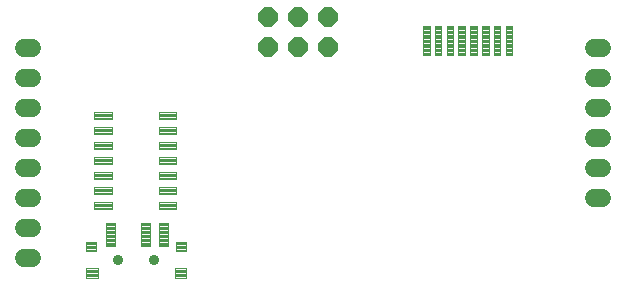
<source format=gts>
G75*
%MOIN*%
%OFA0B0*%
%FSLAX24Y24*%
%IPPOS*%
%LPD*%
%AMOC8*
5,1,8,0,0,1.08239X$1,22.5*
%
%ADD10OC8,0.0650*%
%ADD11C,0.0600*%
%ADD12C,0.0045*%
%ADD13C,0.0045*%
%ADD14C,0.0346*%
%ADD15C,0.0044*%
D10*
X011400Y018325D03*
X012400Y018325D03*
X013400Y018325D03*
X013400Y019325D03*
X012400Y019325D03*
X011400Y019325D03*
D11*
X003540Y018275D02*
X003260Y018275D01*
X003260Y017275D02*
X003540Y017275D01*
X003540Y016275D02*
X003260Y016275D01*
X003260Y015275D02*
X003540Y015275D01*
X003540Y014275D02*
X003260Y014275D01*
X003260Y013275D02*
X003540Y013275D01*
X003540Y012275D02*
X003260Y012275D01*
X003260Y011275D02*
X003540Y011275D01*
X022260Y013275D02*
X022540Y013275D01*
X022540Y014275D02*
X022260Y014275D01*
X022260Y015275D02*
X022540Y015275D01*
X022540Y016275D02*
X022260Y016275D01*
X022260Y017275D02*
X022540Y017275D01*
X022540Y018275D02*
X022260Y018275D01*
D12*
X008340Y016135D02*
X008340Y015915D01*
X007760Y015915D01*
X007760Y016135D01*
X008340Y016135D01*
X008340Y015959D02*
X007760Y015959D01*
X007760Y016003D02*
X008340Y016003D01*
X008340Y016047D02*
X007760Y016047D01*
X007760Y016091D02*
X008340Y016091D01*
X008340Y016135D02*
X007760Y016135D01*
X008340Y015635D02*
X008340Y015415D01*
X007760Y015415D01*
X007760Y015635D01*
X008340Y015635D01*
X008340Y015459D02*
X007760Y015459D01*
X007760Y015503D02*
X008340Y015503D01*
X008340Y015547D02*
X007760Y015547D01*
X007760Y015591D02*
X008340Y015591D01*
X008340Y015635D02*
X007760Y015635D01*
X008340Y015135D02*
X008340Y014915D01*
X007760Y014915D01*
X007760Y015135D01*
X008340Y015135D01*
X008340Y014959D02*
X007760Y014959D01*
X007760Y015003D02*
X008340Y015003D01*
X008340Y015047D02*
X007760Y015047D01*
X007760Y015091D02*
X008340Y015091D01*
X008340Y015135D02*
X007760Y015135D01*
X008340Y014635D02*
X008340Y014415D01*
X007760Y014415D01*
X007760Y014635D01*
X008340Y014635D01*
X008340Y014459D02*
X007760Y014459D01*
X007760Y014503D02*
X008340Y014503D01*
X008340Y014547D02*
X007760Y014547D01*
X007760Y014591D02*
X008340Y014591D01*
X008340Y014635D02*
X007760Y014635D01*
X008340Y014135D02*
X008340Y013915D01*
X007760Y013915D01*
X007760Y014135D01*
X008340Y014135D01*
X008340Y013959D02*
X007760Y013959D01*
X007760Y014003D02*
X008340Y014003D01*
X008340Y014047D02*
X007760Y014047D01*
X007760Y014091D02*
X008340Y014091D01*
X008340Y014135D02*
X007760Y014135D01*
X008340Y013635D02*
X008340Y013415D01*
X007760Y013415D01*
X007760Y013635D01*
X008340Y013635D01*
X008340Y013459D02*
X007760Y013459D01*
X007760Y013503D02*
X008340Y013503D01*
X008340Y013547D02*
X007760Y013547D01*
X007760Y013591D02*
X008340Y013591D01*
X008340Y013635D02*
X007760Y013635D01*
X008340Y013135D02*
X008340Y012915D01*
X007760Y012915D01*
X007760Y013135D01*
X008340Y013135D01*
X008340Y012959D02*
X007760Y012959D01*
X007760Y013003D02*
X008340Y013003D01*
X008340Y013047D02*
X007760Y013047D01*
X007760Y013091D02*
X008340Y013091D01*
X008340Y013135D02*
X007760Y013135D01*
X006190Y013135D02*
X006190Y012915D01*
X005610Y012915D01*
X005610Y013135D01*
X006190Y013135D01*
X006190Y012959D02*
X005610Y012959D01*
X005610Y013003D02*
X006190Y013003D01*
X006190Y013047D02*
X005610Y013047D01*
X005610Y013091D02*
X006190Y013091D01*
X006190Y013135D02*
X005610Y013135D01*
X006190Y013415D02*
X006190Y013635D01*
X006190Y013415D02*
X005610Y013415D01*
X005610Y013635D01*
X006190Y013635D01*
X006190Y013459D02*
X005610Y013459D01*
X005610Y013503D02*
X006190Y013503D01*
X006190Y013547D02*
X005610Y013547D01*
X005610Y013591D02*
X006190Y013591D01*
X006190Y013635D02*
X005610Y013635D01*
X006190Y013915D02*
X006190Y014135D01*
X006190Y013915D02*
X005610Y013915D01*
X005610Y014135D01*
X006190Y014135D01*
X006190Y013959D02*
X005610Y013959D01*
X005610Y014003D02*
X006190Y014003D01*
X006190Y014047D02*
X005610Y014047D01*
X005610Y014091D02*
X006190Y014091D01*
X006190Y014135D02*
X005610Y014135D01*
X006190Y014415D02*
X006190Y014635D01*
X006190Y014415D02*
X005610Y014415D01*
X005610Y014635D01*
X006190Y014635D01*
X006190Y014459D02*
X005610Y014459D01*
X005610Y014503D02*
X006190Y014503D01*
X006190Y014547D02*
X005610Y014547D01*
X005610Y014591D02*
X006190Y014591D01*
X006190Y014635D02*
X005610Y014635D01*
X006190Y014915D02*
X006190Y015135D01*
X006190Y014915D02*
X005610Y014915D01*
X005610Y015135D01*
X006190Y015135D01*
X006190Y014959D02*
X005610Y014959D01*
X005610Y015003D02*
X006190Y015003D01*
X006190Y015047D02*
X005610Y015047D01*
X005610Y015091D02*
X006190Y015091D01*
X006190Y015135D02*
X005610Y015135D01*
X006190Y015415D02*
X006190Y015635D01*
X006190Y015415D02*
X005610Y015415D01*
X005610Y015635D01*
X006190Y015635D01*
X006190Y015459D02*
X005610Y015459D01*
X005610Y015503D02*
X006190Y015503D01*
X006190Y015547D02*
X005610Y015547D01*
X005610Y015591D02*
X006190Y015591D01*
X006190Y015635D02*
X005610Y015635D01*
X006190Y015915D02*
X006190Y016135D01*
X006190Y015915D02*
X005610Y015915D01*
X005610Y016135D01*
X006190Y016135D01*
X006190Y015959D02*
X005610Y015959D01*
X005610Y016003D02*
X006190Y016003D01*
X006190Y016047D02*
X005610Y016047D01*
X005610Y016091D02*
X006190Y016091D01*
X006190Y016135D02*
X005610Y016135D01*
D13*
X005714Y010933D02*
X005334Y010933D01*
X005714Y010933D02*
X005714Y010631D01*
X005334Y010631D01*
X005334Y010933D01*
X005334Y010675D02*
X005714Y010675D01*
X005714Y010719D02*
X005334Y010719D01*
X005334Y010763D02*
X005714Y010763D01*
X005714Y010807D02*
X005334Y010807D01*
X005334Y010851D02*
X005714Y010851D01*
X005714Y010895D02*
X005334Y010895D01*
X005333Y011819D02*
X005675Y011819D01*
X005675Y011517D01*
X005333Y011517D01*
X005333Y011819D01*
X005333Y011561D02*
X005675Y011561D01*
X005675Y011605D02*
X005333Y011605D01*
X005333Y011649D02*
X005675Y011649D01*
X005675Y011693D02*
X005333Y011693D01*
X005333Y011737D02*
X005675Y011737D01*
X005675Y011781D02*
X005333Y011781D01*
X005992Y012439D02*
X006294Y012439D01*
X006294Y011665D01*
X005992Y011665D01*
X005992Y012439D01*
X005992Y011709D02*
X006294Y011709D01*
X006294Y011753D02*
X005992Y011753D01*
X005992Y011797D02*
X006294Y011797D01*
X006294Y011841D02*
X005992Y011841D01*
X005992Y011885D02*
X006294Y011885D01*
X006294Y011929D02*
X005992Y011929D01*
X005992Y011973D02*
X006294Y011973D01*
X006294Y012017D02*
X005992Y012017D01*
X005992Y012061D02*
X006294Y012061D01*
X006294Y012105D02*
X005992Y012105D01*
X005992Y012149D02*
X006294Y012149D01*
X006294Y012193D02*
X005992Y012193D01*
X005992Y012237D02*
X006294Y012237D01*
X006294Y012281D02*
X005992Y012281D01*
X005992Y012325D02*
X006294Y012325D01*
X006294Y012369D02*
X005992Y012369D01*
X005992Y012413D02*
X006294Y012413D01*
X007173Y012439D02*
X007475Y012439D01*
X007475Y011665D01*
X007173Y011665D01*
X007173Y012439D01*
X007173Y011709D02*
X007475Y011709D01*
X007475Y011753D02*
X007173Y011753D01*
X007173Y011797D02*
X007475Y011797D01*
X007475Y011841D02*
X007173Y011841D01*
X007173Y011885D02*
X007475Y011885D01*
X007475Y011929D02*
X007173Y011929D01*
X007173Y011973D02*
X007475Y011973D01*
X007475Y012017D02*
X007173Y012017D01*
X007173Y012061D02*
X007475Y012061D01*
X007475Y012105D02*
X007173Y012105D01*
X007173Y012149D02*
X007475Y012149D01*
X007475Y012193D02*
X007173Y012193D01*
X007173Y012237D02*
X007475Y012237D01*
X007475Y012281D02*
X007173Y012281D01*
X007173Y012325D02*
X007475Y012325D01*
X007475Y012369D02*
X007173Y012369D01*
X007173Y012413D02*
X007475Y012413D01*
X007764Y012439D02*
X008066Y012439D01*
X008066Y011665D01*
X007764Y011665D01*
X007764Y012439D01*
X007764Y011709D02*
X008066Y011709D01*
X008066Y011753D02*
X007764Y011753D01*
X007764Y011797D02*
X008066Y011797D01*
X008066Y011841D02*
X007764Y011841D01*
X007764Y011885D02*
X008066Y011885D01*
X008066Y011929D02*
X007764Y011929D01*
X007764Y011973D02*
X008066Y011973D01*
X008066Y012017D02*
X007764Y012017D01*
X007764Y012061D02*
X008066Y012061D01*
X008066Y012105D02*
X007764Y012105D01*
X007764Y012149D02*
X008066Y012149D01*
X008066Y012193D02*
X007764Y012193D01*
X007764Y012237D02*
X008066Y012237D01*
X008066Y012281D02*
X007764Y012281D01*
X007764Y012325D02*
X008066Y012325D01*
X008066Y012369D02*
X007764Y012369D01*
X007764Y012413D02*
X008066Y012413D01*
X008325Y011819D02*
X008667Y011819D01*
X008667Y011517D01*
X008325Y011517D01*
X008325Y011819D01*
X008325Y011561D02*
X008667Y011561D01*
X008667Y011605D02*
X008325Y011605D01*
X008325Y011649D02*
X008667Y011649D01*
X008667Y011693D02*
X008325Y011693D01*
X008325Y011737D02*
X008667Y011737D01*
X008667Y011781D02*
X008325Y011781D01*
X008286Y010933D02*
X008666Y010933D01*
X008666Y010631D01*
X008286Y010631D01*
X008286Y010933D01*
X008286Y010675D02*
X008666Y010675D01*
X008666Y010719D02*
X008286Y010719D01*
X008286Y010763D02*
X008666Y010763D01*
X008666Y010807D02*
X008286Y010807D01*
X008286Y010851D02*
X008666Y010851D01*
X008666Y010895D02*
X008286Y010895D01*
D14*
X007591Y011225D03*
X006409Y011225D03*
D15*
X016564Y019007D02*
X016780Y019007D01*
X016780Y018043D01*
X016564Y018043D01*
X016564Y019007D01*
X016564Y018086D02*
X016780Y018086D01*
X016780Y018129D02*
X016564Y018129D01*
X016564Y018172D02*
X016780Y018172D01*
X016780Y018215D02*
X016564Y018215D01*
X016564Y018258D02*
X016780Y018258D01*
X016780Y018301D02*
X016564Y018301D01*
X016564Y018344D02*
X016780Y018344D01*
X016780Y018387D02*
X016564Y018387D01*
X016564Y018430D02*
X016780Y018430D01*
X016780Y018473D02*
X016564Y018473D01*
X016564Y018516D02*
X016780Y018516D01*
X016780Y018559D02*
X016564Y018559D01*
X016564Y018602D02*
X016780Y018602D01*
X016780Y018645D02*
X016564Y018645D01*
X016564Y018688D02*
X016780Y018688D01*
X016780Y018731D02*
X016564Y018731D01*
X016564Y018774D02*
X016780Y018774D01*
X016780Y018817D02*
X016564Y018817D01*
X016564Y018860D02*
X016780Y018860D01*
X016780Y018903D02*
X016564Y018903D01*
X016564Y018946D02*
X016780Y018946D01*
X016780Y018989D02*
X016564Y018989D01*
X016958Y019007D02*
X017174Y019007D01*
X017174Y018043D01*
X016958Y018043D01*
X016958Y019007D01*
X016958Y018086D02*
X017174Y018086D01*
X017174Y018129D02*
X016958Y018129D01*
X016958Y018172D02*
X017174Y018172D01*
X017174Y018215D02*
X016958Y018215D01*
X016958Y018258D02*
X017174Y018258D01*
X017174Y018301D02*
X016958Y018301D01*
X016958Y018344D02*
X017174Y018344D01*
X017174Y018387D02*
X016958Y018387D01*
X016958Y018430D02*
X017174Y018430D01*
X017174Y018473D02*
X016958Y018473D01*
X016958Y018516D02*
X017174Y018516D01*
X017174Y018559D02*
X016958Y018559D01*
X016958Y018602D02*
X017174Y018602D01*
X017174Y018645D02*
X016958Y018645D01*
X016958Y018688D02*
X017174Y018688D01*
X017174Y018731D02*
X016958Y018731D01*
X016958Y018774D02*
X017174Y018774D01*
X017174Y018817D02*
X016958Y018817D01*
X016958Y018860D02*
X017174Y018860D01*
X017174Y018903D02*
X016958Y018903D01*
X016958Y018946D02*
X017174Y018946D01*
X017174Y018989D02*
X016958Y018989D01*
X017351Y019007D02*
X017567Y019007D01*
X017567Y018043D01*
X017351Y018043D01*
X017351Y019007D01*
X017351Y018086D02*
X017567Y018086D01*
X017567Y018129D02*
X017351Y018129D01*
X017351Y018172D02*
X017567Y018172D01*
X017567Y018215D02*
X017351Y018215D01*
X017351Y018258D02*
X017567Y018258D01*
X017567Y018301D02*
X017351Y018301D01*
X017351Y018344D02*
X017567Y018344D01*
X017567Y018387D02*
X017351Y018387D01*
X017351Y018430D02*
X017567Y018430D01*
X017567Y018473D02*
X017351Y018473D01*
X017351Y018516D02*
X017567Y018516D01*
X017567Y018559D02*
X017351Y018559D01*
X017351Y018602D02*
X017567Y018602D01*
X017567Y018645D02*
X017351Y018645D01*
X017351Y018688D02*
X017567Y018688D01*
X017567Y018731D02*
X017351Y018731D01*
X017351Y018774D02*
X017567Y018774D01*
X017567Y018817D02*
X017351Y018817D01*
X017351Y018860D02*
X017567Y018860D01*
X017567Y018903D02*
X017351Y018903D01*
X017351Y018946D02*
X017567Y018946D01*
X017567Y018989D02*
X017351Y018989D01*
X017745Y019007D02*
X017961Y019007D01*
X017961Y018043D01*
X017745Y018043D01*
X017745Y019007D01*
X017745Y018086D02*
X017961Y018086D01*
X017961Y018129D02*
X017745Y018129D01*
X017745Y018172D02*
X017961Y018172D01*
X017961Y018215D02*
X017745Y018215D01*
X017745Y018258D02*
X017961Y018258D01*
X017961Y018301D02*
X017745Y018301D01*
X017745Y018344D02*
X017961Y018344D01*
X017961Y018387D02*
X017745Y018387D01*
X017745Y018430D02*
X017961Y018430D01*
X017961Y018473D02*
X017745Y018473D01*
X017745Y018516D02*
X017961Y018516D01*
X017961Y018559D02*
X017745Y018559D01*
X017745Y018602D02*
X017961Y018602D01*
X017961Y018645D02*
X017745Y018645D01*
X017745Y018688D02*
X017961Y018688D01*
X017961Y018731D02*
X017745Y018731D01*
X017745Y018774D02*
X017961Y018774D01*
X017961Y018817D02*
X017745Y018817D01*
X017745Y018860D02*
X017961Y018860D01*
X017961Y018903D02*
X017745Y018903D01*
X017745Y018946D02*
X017961Y018946D01*
X017961Y018989D02*
X017745Y018989D01*
X018139Y019007D02*
X018355Y019007D01*
X018355Y018043D01*
X018139Y018043D01*
X018139Y019007D01*
X018139Y018086D02*
X018355Y018086D01*
X018355Y018129D02*
X018139Y018129D01*
X018139Y018172D02*
X018355Y018172D01*
X018355Y018215D02*
X018139Y018215D01*
X018139Y018258D02*
X018355Y018258D01*
X018355Y018301D02*
X018139Y018301D01*
X018139Y018344D02*
X018355Y018344D01*
X018355Y018387D02*
X018139Y018387D01*
X018139Y018430D02*
X018355Y018430D01*
X018355Y018473D02*
X018139Y018473D01*
X018139Y018516D02*
X018355Y018516D01*
X018355Y018559D02*
X018139Y018559D01*
X018139Y018602D02*
X018355Y018602D01*
X018355Y018645D02*
X018139Y018645D01*
X018139Y018688D02*
X018355Y018688D01*
X018355Y018731D02*
X018139Y018731D01*
X018139Y018774D02*
X018355Y018774D01*
X018355Y018817D02*
X018139Y018817D01*
X018139Y018860D02*
X018355Y018860D01*
X018355Y018903D02*
X018139Y018903D01*
X018139Y018946D02*
X018355Y018946D01*
X018355Y018989D02*
X018139Y018989D01*
X018533Y019007D02*
X018749Y019007D01*
X018749Y018043D01*
X018533Y018043D01*
X018533Y019007D01*
X018533Y018086D02*
X018749Y018086D01*
X018749Y018129D02*
X018533Y018129D01*
X018533Y018172D02*
X018749Y018172D01*
X018749Y018215D02*
X018533Y018215D01*
X018533Y018258D02*
X018749Y018258D01*
X018749Y018301D02*
X018533Y018301D01*
X018533Y018344D02*
X018749Y018344D01*
X018749Y018387D02*
X018533Y018387D01*
X018533Y018430D02*
X018749Y018430D01*
X018749Y018473D02*
X018533Y018473D01*
X018533Y018516D02*
X018749Y018516D01*
X018749Y018559D02*
X018533Y018559D01*
X018533Y018602D02*
X018749Y018602D01*
X018749Y018645D02*
X018533Y018645D01*
X018533Y018688D02*
X018749Y018688D01*
X018749Y018731D02*
X018533Y018731D01*
X018533Y018774D02*
X018749Y018774D01*
X018749Y018817D02*
X018533Y018817D01*
X018533Y018860D02*
X018749Y018860D01*
X018749Y018903D02*
X018533Y018903D01*
X018533Y018946D02*
X018749Y018946D01*
X018749Y018989D02*
X018533Y018989D01*
X018926Y019007D02*
X019142Y019007D01*
X019142Y018043D01*
X018926Y018043D01*
X018926Y019007D01*
X018926Y018086D02*
X019142Y018086D01*
X019142Y018129D02*
X018926Y018129D01*
X018926Y018172D02*
X019142Y018172D01*
X019142Y018215D02*
X018926Y018215D01*
X018926Y018258D02*
X019142Y018258D01*
X019142Y018301D02*
X018926Y018301D01*
X018926Y018344D02*
X019142Y018344D01*
X019142Y018387D02*
X018926Y018387D01*
X018926Y018430D02*
X019142Y018430D01*
X019142Y018473D02*
X018926Y018473D01*
X018926Y018516D02*
X019142Y018516D01*
X019142Y018559D02*
X018926Y018559D01*
X018926Y018602D02*
X019142Y018602D01*
X019142Y018645D02*
X018926Y018645D01*
X018926Y018688D02*
X019142Y018688D01*
X019142Y018731D02*
X018926Y018731D01*
X018926Y018774D02*
X019142Y018774D01*
X019142Y018817D02*
X018926Y018817D01*
X018926Y018860D02*
X019142Y018860D01*
X019142Y018903D02*
X018926Y018903D01*
X018926Y018946D02*
X019142Y018946D01*
X019142Y018989D02*
X018926Y018989D01*
X019320Y019007D02*
X019536Y019007D01*
X019536Y018043D01*
X019320Y018043D01*
X019320Y019007D01*
X019320Y018086D02*
X019536Y018086D01*
X019536Y018129D02*
X019320Y018129D01*
X019320Y018172D02*
X019536Y018172D01*
X019536Y018215D02*
X019320Y018215D01*
X019320Y018258D02*
X019536Y018258D01*
X019536Y018301D02*
X019320Y018301D01*
X019320Y018344D02*
X019536Y018344D01*
X019536Y018387D02*
X019320Y018387D01*
X019320Y018430D02*
X019536Y018430D01*
X019536Y018473D02*
X019320Y018473D01*
X019320Y018516D02*
X019536Y018516D01*
X019536Y018559D02*
X019320Y018559D01*
X019320Y018602D02*
X019536Y018602D01*
X019536Y018645D02*
X019320Y018645D01*
X019320Y018688D02*
X019536Y018688D01*
X019536Y018731D02*
X019320Y018731D01*
X019320Y018774D02*
X019536Y018774D01*
X019536Y018817D02*
X019320Y018817D01*
X019320Y018860D02*
X019536Y018860D01*
X019536Y018903D02*
X019320Y018903D01*
X019320Y018946D02*
X019536Y018946D01*
X019536Y018989D02*
X019320Y018989D01*
M02*

</source>
